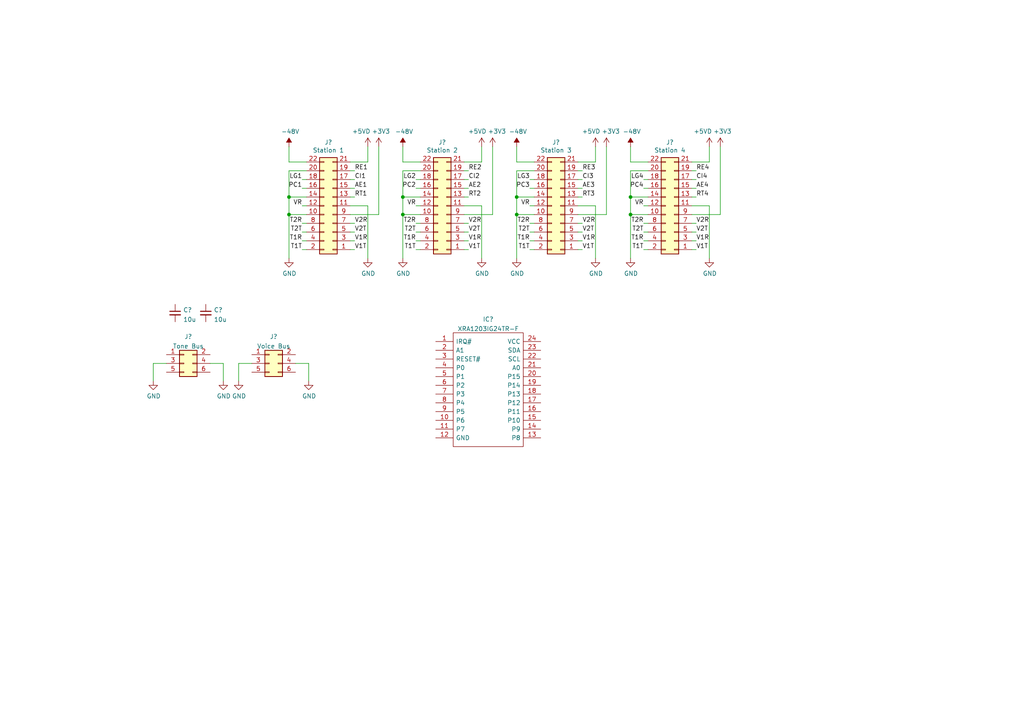
<source format=kicad_sch>
(kicad_sch (version 20211123) (generator eeschema)
  (paper "A4")
  (lib_symbols
    (symbol "Connector_Generic:Conn_02x03_Odd_Even" (pin_names (offset 1.016) hide)
      (property "Reference" "J" (at 1.27 5.08 0))
      (property "Value" "Conn_02x03_Odd_Even" (at 1.27 -5.08 0))
      (symbol "Conn_02x03_Odd_Even_1_1"
        (rectangle (start -1.27 -2.413) (end 0 -2.667) (stroke (width 0.1524)))
        (rectangle (start -1.27 0.127) (end 0 -0.127) (stroke (width 0.1524)))
        (rectangle (start -1.27 2.667) (end 0 2.413) (stroke (width 0.1524)))
        (rectangle (start -1.27 3.81) (end 3.81 -3.81) (stroke (width 0.254)) (fill (type background)))
        (rectangle (start 3.81 -2.413) (end 2.54 -2.667) (stroke (width 0.1524)))
        (rectangle (start 3.81 0.127) (end 2.54 -0.127) (stroke (width 0.1524)))
        (rectangle (start 3.81 2.667) (end 2.54 2.413) (stroke (width 0.1524)))
        (pin passive line (at -5.08 2.54 0) (length 3.81) (name "Pin_1") (number "1"))
        (pin passive line (at 7.62 2.54 180) (length 3.81) (name "Pin_2") (number "2"))
        (pin passive line (at -5.08 0 0) (length 3.81) (name "Pin_3") (number "3"))
        (pin passive line (at 7.62 0 180) (length 3.81) (name "Pin_4") (number "4"))
        (pin passive line (at -5.08 -2.54 0) (length 3.81) (name "Pin_5") (number "5"))
        (pin passive line (at 7.62 -2.54 180) (length 3.81) (name "Pin_6") (number "6"))
      )
    )
    (symbol "Connector_Generic:Conn_02x11_Odd_Even" (pin_names (offset 1.016) hide)
      (property "Reference" "J" (at 1.27 15.24 0))
      (property "Value" "Conn_02x11_Odd_Even" (at 1.27 -15.24 0))
      (symbol "Conn_02x11_Odd_Even_1_1"
        (rectangle (start -1.27 -12.573) (end 0 -12.827) (stroke (width 0.1524)))
        (rectangle (start -1.27 -10.033) (end 0 -10.287) (stroke (width 0.1524)))
        (rectangle (start -1.27 -7.493) (end 0 -7.747) (stroke (width 0.1524)))
        (rectangle (start -1.27 -4.953) (end 0 -5.207) (stroke (width 0.1524)))
        (rectangle (start -1.27 -2.413) (end 0 -2.667) (stroke (width 0.1524)))
        (rectangle (start -1.27 0.127) (end 0 -0.127) (stroke (width 0.1524)))
        (rectangle (start -1.27 2.667) (end 0 2.413) (stroke (width 0.1524)))
        (rectangle (start -1.27 5.207) (end 0 4.953) (stroke (width 0.1524)))
        (rectangle (start -1.27 7.747) (end 0 7.493) (stroke (width 0.1524)))
        (rectangle (start -1.27 10.287) (end 0 10.033) (stroke (width 0.1524)))
        (rectangle (start -1.27 12.827) (end 0 12.573) (stroke (width 0.1524)))
        (rectangle (start -1.27 13.97) (end 3.81 -13.97) (stroke (width 0.254)) (fill (type background)))
        (rectangle (start 3.81 -12.573) (end 2.54 -12.827) (stroke (width 0.1524)))
        (rectangle (start 3.81 -10.033) (end 2.54 -10.287) (stroke (width 0.1524)))
        (rectangle (start 3.81 -7.493) (end 2.54 -7.747) (stroke (width 0.1524)))
        (rectangle (start 3.81 -4.953) (end 2.54 -5.207) (stroke (width 0.1524)))
        (rectangle (start 3.81 -2.413) (end 2.54 -2.667) (stroke (width 0.1524)))
        (rectangle (start 3.81 0.127) (end 2.54 -0.127) (stroke (width 0.1524)))
        (rectangle (start 3.81 2.667) (end 2.54 2.413) (stroke (width 0.1524)))
        (rectangle (start 3.81 5.207) (end 2.54 4.953) (stroke (width 0.1524)))
        (rectangle (start 3.81 7.747) (end 2.54 7.493) (stroke (width 0.1524)))
        (rectangle (start 3.81 10.287) (end 2.54 10.033) (stroke (width 0.1524)))
        (rectangle (start 3.81 12.827) (end 2.54 12.573) (stroke (width 0.1524)))
        (pin passive line (at -5.08 12.7 0) (length 3.81) (name "Pin_1") (number "1"))
        (pin passive line (at 7.62 2.54 180) (length 3.81) (name "Pin_10") (number "10"))
        (pin passive line (at -5.08 0 0) (length 3.81) (name "Pin_11") (number "11"))
        (pin passive line (at 7.62 0 180) (length 3.81) (name "Pin_12") (number "12"))
        (pin passive line (at -5.08 -2.54 0) (length 3.81) (name "Pin_13") (number "13"))
        (pin passive line (at 7.62 -2.54 180) (length 3.81) (name "Pin_14") (number "14"))
        (pin passive line (at -5.08 -5.08 0) (length 3.81) (name "Pin_15") (number "15"))
        (pin passive line (at 7.62 -5.08 180) (length 3.81) (name "Pin_16") (number "16"))
        (pin passive line (at -5.08 -7.62 0) (length 3.81) (name "Pin_17") (number "17"))
        (pin passive line (at 7.62 -7.62 180) (length 3.81) (name "Pin_18") (number "18"))
        (pin passive line (at -5.08 -10.16 0) (length 3.81) (name "Pin_19") (number "19"))
        (pin passive line (at 7.62 12.7 180) (length 3.81) (name "Pin_2") (number "2"))
        (pin passive line (at 7.62 -10.16 180) (length 3.81) (name "Pin_20") (number "20"))
        (pin passive line (at -5.08 -12.7 0) (length 3.81) (name "Pin_21") (number "21"))
        (pin passive line (at 7.62 -12.7 180) (length 3.81) (name "Pin_22") (number "22"))
        (pin passive line (at -5.08 10.16 0) (length 3.81) (name "Pin_3") (number "3"))
        (pin passive line (at 7.62 10.16 180) (length 3.81) (name "Pin_4") (number "4"))
        (pin passive line (at -5.08 7.62 0) (length 3.81) (name "Pin_5") (number "5"))
        (pin passive line (at 7.62 7.62 180) (length 3.81) (name "Pin_6") (number "6"))
        (pin passive line (at -5.08 5.08 0) (length 3.81) (name "Pin_7") (number "7"))
        (pin passive line (at 7.62 5.08 180) (length 3.81) (name "Pin_8") (number "8"))
        (pin passive line (at -5.08 2.54 0) (length 3.81) (name "Pin_9") (number "9"))
      )
    )
    (symbol "Device:C_Small" (pin_numbers hide) (pin_names (offset 0.254) hide)
      (property "Reference" "C" (at 0.254 1.778 0))
      (property "Value" "C_Small" (at 0.254 -2.032 0))
      (symbol "C_Small_0_1"
        (polyline (pts (xy -1.524 -0.508) (xy 1.524 -0.508)) (stroke (width 0.3302)))
        (polyline (pts (xy -1.524 0.508) (xy 1.524 0.508)) (stroke (width 0.3048)))
      )
      (symbol "C_Small_1_1"
        (pin passive line (at 0 2.54 270) (length 2.032) (name "~") (number "1"))
        (pin passive line (at 0 -2.54 90) (length 2.032) (name "~") (number "2"))
      )
    )
    (symbol "SwitchBackplaneParts:XRA1203IG24TR-F" (pin_names (offset 0.762))
      (property "Reference" "IC" (at 26.67 7.62 0))
      (property "Value" "XRA1203IG24TR-F" (at 26.67 5.08 0))
      (symbol "XRA1203IG24TR-F_0_0"
        (pin passive line (at 0 0 0) (length 5.08) (name "IRQ#") (number "1"))
        (pin passive line (at 0 -22.86 0) (length 5.08) (name "P6") (number "10"))
        (pin passive line (at 0 -25.4 0) (length 5.08) (name "P7") (number "11"))
        (pin passive line (at 0 -27.94 0) (length 5.08) (name "GND") (number "12"))
        (pin passive line (at 30.48 -27.94 180) (length 5.08) (name "P8") (number "13"))
        (pin passive line (at 30.48 -25.4 180) (length 5.08) (name "P9") (number "14"))
        (pin passive line (at 30.48 -22.86 180) (length 5.08) (name "P10") (number "15"))
        (pin passive line (at 30.48 -20.32 180) (length 5.08) (name "P11") (number "16"))
        (pin passive line (at 30.48 -17.78 180) (length 5.08) (name "P12") (number "17"))
        (pin passive line (at 30.48 -15.24 180) (length 5.08) (name "P13") (number "18"))
        (pin passive line (at 30.48 -12.7 180) (length 5.08) (name "P14") (number "19"))
        (pin passive line (at 0 -2.54 0) (length 5.08) (name "A1") (number "2"))
        (pin passive line (at 30.48 -10.16 180) (length 5.08) (name "P15") (number "20"))
        (pin passive line (at 30.48 -7.62 180) (length 5.08) (name "A0") (number "21"))
        (pin passive line (at 30.48 -5.08 180) (length 5.08) (name "SCL") (number "22"))
        (pin passive line (at 30.48 -2.54 180) (length 5.08) (name "SDA") (number "23"))
        (pin passive line (at 30.48 0 180) (length 5.08) (name "VCC") (number "24"))
        (pin passive line (at 0 -5.08 0) (length 5.08) (name "RESET#") (number "3"))
        (pin passive line (at 0 -7.62 0) (length 5.08) (name "P0") (number "4"))
        (pin passive line (at 0 -10.16 0) (length 5.08) (name "P1") (number "5"))
        (pin passive line (at 0 -12.7 0) (length 5.08) (name "P2") (number "6"))
        (pin passive line (at 0 -15.24 0) (length 5.08) (name "P3") (number "7"))
        (pin passive line (at 0 -17.78 0) (length 5.08) (name "P4") (number "8"))
        (pin passive line (at 0 -20.32 0) (length 5.08) (name "P5") (number "9"))
      )
      (symbol "XRA1203IG24TR-F_0_1"
        (polyline (pts (xy 5.08 2.54) (xy 25.4 2.54) (xy 25.4 -30.48) (xy 5.08 -30.48) (xy 5.08 2.54)) (stroke (width 0.1524)))
      )
    )
    (symbol "power:+3.3V" (power) (pin_names (offset 0))
      (property "Value" "+3.3V" (at 0 3.556 0))
      (symbol "+3.3V_0_1"
        (polyline (pts (xy -0.762 1.27) (xy 0 2.54)))
        (polyline (pts (xy 0 0) (xy 0 2.54)))
        (polyline (pts (xy 0 2.54) (xy 0.762 1.27)))
      )
      (symbol "+3.3V_1_1"
        (pin power_in line (at 0 0 90) (length 0) hide (name "+3V3") (number "1"))
      )
    )
    (symbol "power:+5VD" (power) (pin_names (offset 0))
      (property "Value" "+5VD" (at 0 3.556 0))
      (symbol "+5VD_0_1"
        (polyline (pts (xy -0.762 1.27) (xy 0 2.54)))
        (polyline (pts (xy 0 0) (xy 0 2.54)))
        (polyline (pts (xy 0 2.54) (xy 0.762 1.27)))
      )
      (symbol "+5VD_1_1"
        (pin power_in line (at 0 0 90) (length 0) hide (name "+5VD") (number "1"))
      )
    )
    (symbol "power:-48V" (power) (pin_names (offset 0))
      (property "Value" "-48V" (at 0 3.81 0))
      (symbol "-48V_0_0"
        (pin power_in line (at 0 0 90) (length 0) hide (name "-48V") (number "1"))
      )
      (symbol "-48V_0_1"
        (polyline (pts (xy 0 0) (xy 0 1.27) (xy 0.762 1.27) (xy 0 2.54) (xy -0.762 1.27) (xy 0 1.27)) (fill (type outline)))
      )
    )
    (symbol "power:GND" (power) (pin_names (offset 0))
      (property "Value" "GND" (at 0 -3.81 0))
      (symbol "GND_0_1"
        (polyline (pts (xy 0 0) (xy 0 -1.27) (xy 1.27 -1.27) (xy 0 -2.54) (xy -1.27 -1.27) (xy 0 -1.27)))
      )
      (symbol "GND_1_1"
        (pin power_in line (at 0 0 270) (length 0) hide (name "GND") (number "1"))
      )
    )
  )
  (junction (at 83.82 57.15))
  (junction (at 182.88 57.15))
  (junction (at 83.82 62.23))
  (junction (at 182.88 62.23))
  (junction (at 116.84 57.15))
  (junction (at 116.84 62.23))
  (junction (at 149.86 62.23))
  (junction (at 149.86 57.15))
  (wire (pts (xy 154.94 54.61) (xy 153.67 54.61)))
  (wire (pts (xy 205.74 46.99) (xy 205.74 42.545)))
  (wire (pts (xy 109.855 42.545) (xy 109.855 62.23)))
  (wire (pts (xy 187.96 64.77) (xy 186.69 64.77)))
  (wire (pts (xy 154.94 72.39) (xy 153.67 72.39)))
  (wire (pts (xy 187.96 54.61) (xy 186.69 54.61)))
  (wire (pts (xy 121.92 69.85) (xy 120.65 69.85)))
  (wire (pts (xy 101.6 59.69) (xy 106.68 59.69)))
  (wire (pts (xy 200.66 54.61) (xy 201.93 54.61)))
  (wire (pts (xy 172.72 74.93) (xy 172.72 59.69)))
  (wire (pts (xy 101.6 69.85) (xy 102.87 69.85)))
  (wire (pts (xy 106.68 74.93) (xy 106.68 59.69)))
  (wire (pts (xy 149.86 49.53) (xy 149.86 57.15)))
  (wire (pts (xy 149.86 46.99) (xy 149.86 42.545)))
  (wire (pts (xy 101.6 52.07) (xy 102.87 52.07)))
  (wire (pts (xy 134.62 72.39) (xy 135.89 72.39)))
  (wire (pts (xy 167.64 69.85) (xy 168.91 69.85)))
  (wire (pts (xy 101.6 57.15) (xy 102.87 57.15)))
  (wire (pts (xy 139.7 74.93) (xy 139.7 59.69)))
  (wire (pts (xy 88.9 69.85) (xy 87.63 69.85)))
  (wire (pts (xy 88.9 52.07) (xy 87.63 52.07)))
  (wire (pts (xy 44.45 105.41) (xy 44.45 110.49)))
  (wire (pts (xy 208.915 42.545) (xy 208.915 62.23)))
  (wire (pts (xy 172.72 46.99) (xy 172.72 42.545)))
  (wire (pts (xy 88.9 54.61) (xy 87.63 54.61)))
  (wire (pts (xy 121.92 64.77) (xy 120.65 64.77)))
  (wire (pts (xy 200.66 57.15) (xy 201.93 57.15)))
  (wire (pts (xy 134.62 52.07) (xy 135.89 52.07)))
  (wire (pts (xy 69.215 105.41) (xy 69.215 110.49)))
  (wire (pts (xy 109.855 62.23) (xy 101.6 62.23)))
  (wire (pts (xy 88.9 46.99) (xy 83.82 46.99)))
  (wire (pts (xy 134.62 67.31) (xy 135.89 67.31)))
  (wire (pts (xy 200.66 59.69) (xy 205.74 59.69)))
  (wire (pts (xy 182.88 62.23) (xy 187.96 62.23)))
  (wire (pts (xy 200.66 72.39) (xy 201.93 72.39)))
  (wire (pts (xy 167.64 64.77) (xy 168.91 64.77)))
  (wire (pts (xy 88.9 49.53) (xy 83.82 49.53)))
  (wire (pts (xy 83.82 46.99) (xy 83.82 42.545)))
  (wire (pts (xy 134.62 54.61) (xy 135.89 54.61)))
  (wire (pts (xy 88.9 64.77) (xy 87.63 64.77)))
  (wire (pts (xy 182.88 62.23) (xy 182.88 74.93)))
  (wire (pts (xy 116.84 62.23) (xy 116.84 57.15)))
  (wire (pts (xy 101.6 49.53) (xy 102.87 49.53)))
  (wire (pts (xy 154.94 69.85) (xy 153.67 69.85)))
  (wire (pts (xy 83.82 62.23) (xy 83.82 74.93)))
  (wire (pts (xy 208.915 62.23) (xy 200.66 62.23)))
  (wire (pts (xy 121.92 72.39) (xy 120.65 72.39)))
  (wire (pts (xy 200.66 52.07) (xy 201.93 52.07)))
  (wire (pts (xy 182.88 49.53) (xy 182.88 57.15)))
  (wire (pts (xy 200.66 46.99) (xy 205.74 46.99)))
  (wire (pts (xy 121.92 67.31) (xy 120.65 67.31)))
  (wire (pts (xy 48.26 105.41) (xy 44.45 105.41)))
  (wire (pts (xy 182.88 46.99) (xy 182.88 42.545)))
  (wire (pts (xy 101.6 67.31) (xy 102.87 67.31)))
  (wire (pts (xy 154.94 46.99) (xy 149.86 46.99)))
  (wire (pts (xy 200.66 67.31) (xy 201.93 67.31)))
  (wire (pts (xy 83.82 49.53) (xy 83.82 57.15)))
  (wire (pts (xy 134.62 59.69) (xy 139.7 59.69)))
  (wire (pts (xy 83.82 57.15) (xy 88.9 57.15)))
  (wire (pts (xy 106.68 46.99) (xy 106.68 42.545)))
  (wire (pts (xy 149.86 62.23) (xy 149.86 57.15)))
  (wire (pts (xy 167.64 72.39) (xy 168.91 72.39)))
  (wire (pts (xy 134.62 57.15) (xy 135.89 57.15)))
  (wire (pts (xy 121.92 59.69) (xy 120.65 59.69)))
  (wire (pts (xy 187.96 49.53) (xy 182.88 49.53)))
  (wire (pts (xy 149.86 57.15) (xy 154.94 57.15)))
  (wire (pts (xy 83.82 62.23) (xy 83.82 57.15)))
  (wire (pts (xy 149.86 62.23) (xy 149.86 74.93)))
  (wire (pts (xy 134.62 46.99) (xy 139.7 46.99)))
  (wire (pts (xy 187.96 72.39) (xy 186.69 72.39)))
  (wire (pts (xy 154.94 64.77) (xy 153.67 64.77)))
  (wire (pts (xy 73.025 105.41) (xy 69.215 105.41)))
  (wire (pts (xy 88.9 67.31) (xy 87.63 67.31)))
  (wire (pts (xy 134.62 64.77) (xy 135.89 64.77)))
  (wire (pts (xy 187.96 69.85) (xy 186.69 69.85)))
  (wire (pts (xy 182.88 57.15) (xy 187.96 57.15)))
  (wire (pts (xy 121.92 49.53) (xy 116.84 49.53)))
  (wire (pts (xy 116.84 62.23) (xy 121.92 62.23)))
  (wire (pts (xy 154.94 67.31) (xy 153.67 67.31)))
  (wire (pts (xy 167.64 52.07) (xy 168.91 52.07)))
  (wire (pts (xy 167.64 67.31) (xy 168.91 67.31)))
  (wire (pts (xy 175.895 42.545) (xy 175.895 62.23)))
  (wire (pts (xy 83.82 62.23) (xy 88.9 62.23)))
  (wire (pts (xy 88.9 72.39) (xy 87.63 72.39)))
  (wire (pts (xy 89.535 105.41) (xy 85.725 105.41)))
  (wire (pts (xy 101.6 46.99) (xy 106.68 46.99)))
  (wire (pts (xy 182.88 62.23) (xy 182.88 57.15)))
  (wire (pts (xy 167.64 46.99) (xy 172.72 46.99)))
  (wire (pts (xy 187.96 59.69) (xy 186.69 59.69)))
  (wire (pts (xy 154.94 52.07) (xy 153.67 52.07)))
  (wire (pts (xy 154.94 49.53) (xy 149.86 49.53)))
  (wire (pts (xy 142.875 62.23) (xy 134.62 62.23)))
  (wire (pts (xy 139.7 46.99) (xy 139.7 42.545)))
  (wire (pts (xy 88.9 59.69) (xy 87.63 59.69)))
  (wire (pts (xy 121.92 52.07) (xy 120.65 52.07)))
  (wire (pts (xy 154.94 59.69) (xy 153.67 59.69)))
  (wire (pts (xy 121.92 46.99) (xy 116.84 46.99)))
  (wire (pts (xy 116.84 62.23) (xy 116.84 74.93)))
  (wire (pts (xy 187.96 52.07) (xy 186.69 52.07)))
  (wire (pts (xy 64.77 105.41) (xy 60.96 105.41)))
  (wire (pts (xy 200.66 64.77) (xy 201.93 64.77)))
  (wire (pts (xy 116.84 49.53) (xy 116.84 57.15)))
  (wire (pts (xy 101.6 72.39) (xy 102.87 72.39)))
  (wire (pts (xy 167.64 57.15) (xy 168.91 57.15)))
  (wire (pts (xy 167.64 59.69) (xy 172.72 59.69)))
  (wire (pts (xy 89.535 110.49) (xy 89.535 105.41)))
  (wire (pts (xy 167.64 54.61) (xy 168.91 54.61)))
  (wire (pts (xy 149.86 62.23) (xy 154.94 62.23)))
  (wire (pts (xy 200.66 49.53) (xy 201.93 49.53)))
  (wire (pts (xy 134.62 69.85) (xy 135.89 69.85)))
  (wire (pts (xy 116.84 46.99) (xy 116.84 42.545)))
  (wire (pts (xy 116.84 57.15) (xy 121.92 57.15)))
  (wire (pts (xy 175.895 62.23) (xy 167.64 62.23)))
  (wire (pts (xy 64.77 110.49) (xy 64.77 105.41)))
  (wire (pts (xy 205.74 74.93) (xy 205.74 59.69)))
  (wire (pts (xy 187.96 67.31) (xy 186.69 67.31)))
  (wire (pts (xy 134.62 49.53) (xy 135.89 49.53)))
  (wire (pts (xy 121.92 54.61) (xy 120.65 54.61)))
  (wire (pts (xy 167.64 49.53) (xy 168.91 49.53)))
  (wire (pts (xy 101.6 54.61) (xy 102.87 54.61)))
  (wire (pts (xy 187.96 46.99) (xy 182.88 46.99)))
  (wire (pts (xy 101.6 64.77) (xy 102.87 64.77)))
  (wire (pts (xy 200.66 69.85) (xy 201.93 69.85)))
  (wire (pts (xy 142.875 42.545) (xy 142.875 62.23)))
  (label "LG2" (at 120.65 52.07 180))
  (label "RE4" (at 201.93 49.53 0))
  (label "T1R" (at 87.63 69.85 180))
  (label "V2T" (at 168.91 67.31 0))
  (label "T2T" (at 120.65 67.31 180))
  (label "T2R" (at 186.69 64.77 180))
  (label "V2R" (at 102.87 64.77 0))
  (label "T2T" (at 87.63 67.31 180))
  (label "T2T" (at 153.67 67.31 180))
  (label "RT4" (at 201.93 57.15 0))
  (label "T2R" (at 87.63 64.77 180))
  (label "RE3" (at 168.91 49.53 0))
  (label "RE1" (at 102.87 49.53 0))
  (label "RT1" (at 102.87 57.15 0))
  (label "PC1" (at 87.63 54.61 180))
  (label "V1R" (at 102.87 69.85 0))
  (label "CI2" (at 135.89 52.07 0))
  (label "AE3" (at 168.91 54.61 0))
  (label "T1R" (at 153.67 69.85 180))
  (label "PC4" (at 186.69 54.61 180))
  (label "V2R" (at 168.91 64.77 0))
  (label "T2T" (at 186.69 67.31 180))
  (label "VR" (at 87.63 59.69 180))
  (label "PC2" (at 120.65 54.61 180))
  (label "V2T" (at 135.89 67.31 0))
  (label "AE4" (at 201.93 54.61 0))
  (label "CI4" (at 201.93 52.07 0))
  (label "RT3" (at 168.91 57.15 0))
  (label "V1T" (at 102.87 72.39 0))
  (label "LG1" (at 87.63 52.07 180))
  (label "LG3" (at 153.67 52.07 180))
  (label "T1R" (at 186.69 69.85 180))
  (label "V1R" (at 135.89 69.85 0))
  (label "V2R" (at 135.89 64.77 0))
  (label "PC3" (at 153.67 54.61 180))
  (label "V2T" (at 201.93 67.31 0))
  (label "T1T" (at 186.69 72.39 180))
  (label "V2R" (at 201.93 64.77 0))
  (label "VR" (at 153.67 59.69 180))
  (label "T2R" (at 120.65 64.77 180))
  (label "V1T" (at 201.93 72.39 0))
  (label "T1R" (at 120.65 69.85 180))
  (label "T2R" (at 153.67 64.77 180))
  (label "CI1" (at 102.87 52.07 0))
  (label "V1R" (at 168.91 69.85 0))
  (label "CI3" (at 168.91 52.07 0))
  (label "V1T" (at 135.89 72.39 0))
  (label "T1T" (at 87.63 72.39 180))
  (label "AE1" (at 102.87 54.61 0))
  (label "RT2" (at 135.89 57.15 0))
  (label "VR" (at 186.69 59.69 180))
  (label "T1T" (at 120.65 72.39 180))
  (label "VR" (at 120.65 59.69 180))
  (label "V2T" (at 102.87 67.31 0))
  (label "V1T" (at 168.91 72.39 0))
  (label "V1R" (at 201.93 69.85 0))
  (label "AE2" (at 135.89 54.61 0))
  (label "LG4" (at 186.69 52.07 180))
  (label "T1T" (at 153.67 72.39 180))
  (label "RE2" (at 135.89 49.53 0))
  (symbol (lib_id "power:+3.3V") (at 109.855 42.545 0) (unit 1)
    (property "Reference" "#PWR0106" (effects hide))
    (property "Value" "+3.3V" (at 110.49 38.1 0))
  )
  (symbol (lib_id "power:GND") (at 205.74 74.93 0) (unit 1)
    (property "Reference" "#PWR0103" (effects hide))
    (property "Value" "GND" (at 205.867 79.3242 0))
  )
  (symbol (lib_id "power:GND") (at 172.72 74.93 0) (unit 1)
    (property "Reference" "#PWR0102" (effects hide))
    (property "Value" "GND" (at 172.847 79.3242 0))
  )
  (symbol (lib_id "power:GND") (at 89.535 110.49 0) (unit 1)
    (property "Reference" "#PWR?" (effects hide))
    (property "Value" "GND" (at 89.662 114.8842 0))
  )
  (symbol (lib_id "power:+5VD") (at 139.7 42.545 0) (unit 1)
    (property "Reference" "#PWR0111" (effects hide))
    (property "Value" "+5VD" (at 138.43 38.1 0))
  )
  (symbol (lib_id "power:GND") (at 64.77 110.49 0) (unit 1)
    (property "Reference" "#PWR?" (effects hide))
    (property "Value" "GND" (at 64.897 114.8842 0))
  )
  (symbol (lib_id "Device:C_Small") (at 59.69 90.805 0) (unit 1)
    (property "Reference" "C?" (at 62.0141 89.9028 0) (effects (justify left)))
    (property "Value" "10u" (at 62.0141 92.6779 0) (effects (justify left)))
  )
  (symbol (lib_id "power:GND") (at 149.86 74.93 0) (unit 1)
    (property "Reference" "#PWR0109" (effects hide))
    (property "Value" "GND" (at 149.987 79.3242 0))
  )
  (symbol (lib_id "power:-48V") (at 116.84 42.545 0) (unit 1)
    (property "Reference" "#PWR0105" (effects hide))
    (property "Value" "-48V" (at 117.221 38.1508 0))
  )
  (symbol (lib_id "power:GND") (at 83.82 74.93 0) (unit 1)
    (property "Reference" "#PWR0116" (effects hide))
    (property "Value" "GND" (at 83.947 79.3242 0))
  )
  (symbol (lib_id "Device:C_Small") (at 50.8 90.805 0) (unit 1)
    (property "Reference" "C?" (at 53.1241 89.9028 0) (effects (justify left)))
    (property "Value" "10u" (at 53.1241 92.6779 0) (effects (justify left)))
  )
  (symbol (lib_id "SwitchBackplaneParts:XRA1203IG24TR-F") (at 126.365 99.06 0) (unit 1)
    (property "Reference" "IC?" (at 141.605 92.6043 0))
    (property "Value" "XRA1203IG24TR-F" (at 141.605 95.3794 0))
    (property "Footprint" "Package_SO:TSSOP-24_4.4x7.8mm_P0.65mm" (effects hide))
    (property "Datasheet" "https://www.mouser.com/datasheet/2/146/XRA1203_100_092011-1889089.pdf" (effects hide))
  )
  (symbol (lib_id "Connector_Generic:Conn_02x03_Odd_Even") (at 78.105 105.41 0) (unit 1)
    (property "Reference" "J?" (at 79.375 97.6335 0))
    (property "Value" "Voice Bus" (at 79.375 100.4086 0))
  )
  (symbol (lib_id "Connector_Generic:Conn_02x11_Odd_Even") (at 162.56 59.69 180) (unit 1)
    (property "Reference" "J?" (at 161.29 41.275 0))
    (property "Value" "Station 3" (at 161.29 43.5864 0))
    (property "Footprint" "Connector_PinSocket_2.54mm:PinSocket_2x11_P2.54mm_Vertical" (effects hide))
  )
  (symbol (lib_id "Connector_Generic:Conn_02x11_Odd_Even") (at 96.52 59.69 180) (unit 1)
    (property "Reference" "J?" (at 95.25 41.275 0))
    (property "Value" "Station 1" (at 95.25 43.5864 0))
    (property "Footprint" "Connector_PinSocket_2.54mm:PinSocket_2x11_P2.54mm_Vertical" (effects hide))
  )
  (symbol (lib_id "power:GND") (at 116.84 74.93 0) (unit 1)
    (property "Reference" "#PWR0107" (effects hide))
    (property "Value" "GND" (at 116.967 79.3242 0))
  )
  (symbol (lib_id "power:-48V") (at 182.88 42.545 0) (unit 1)
    (property "Reference" "#PWR0117" (effects hide))
    (property "Value" "-48V" (at 183.261 38.1508 0))
  )
  (symbol (lib_id "power:+5VD") (at 205.74 42.545 0) (unit 1)
    (property "Reference" "#PWR0119" (effects hide))
    (property "Value" "+5VD" (at 203.835 38.1 0))
  )
  (symbol (lib_id "Connector_Generic:Conn_02x11_Odd_Even") (at 129.54 59.69 180) (unit 1)
    (property "Reference" "J?" (at 128.27 41.275 0))
    (property "Value" "Station 2" (at 128.27 43.5864 0))
    (property "Footprint" "Connector_PinSocket_2.54mm:PinSocket_2x11_P2.54mm_Vertical" (effects hide))
  )
  (symbol (lib_id "power:+5VD") (at 172.72 42.545 0) (unit 1)
    (property "Reference" "#PWR0112" (effects hide))
    (property "Value" "+5VD" (at 171.45 38.1 0))
  )
  (symbol (lib_id "power:+3.3V") (at 208.915 42.545 0) (unit 1)
    (property "Reference" "#PWR0120" (effects hide))
    (property "Value" "+3.3V" (at 209.55 38.1 0))
  )
  (symbol (lib_id "power:+5VD") (at 106.68 42.545 0) (unit 1)
    (property "Reference" "#PWR0104" (effects hide))
    (property "Value" "+5VD" (at 104.775 38.1 0))
  )
  (symbol (lib_id "power:GND") (at 44.45 110.49 0) (unit 1)
    (property "Reference" "#PWR?" (effects hide))
    (property "Value" "GND" (at 44.577 114.8842 0))
  )
  (symbol (lib_id "power:GND") (at 139.7 74.93 0) (unit 1)
    (property "Reference" "#PWR0110" (effects hide))
    (property "Value" "GND" (at 139.827 79.3242 0))
  )
  (symbol (lib_id "power:GND") (at 106.68 74.93 0) (unit 1)
    (property "Reference" "#PWR0108" (effects hide))
    (property "Value" "GND" (at 106.807 79.3242 0))
  )
  (symbol (lib_id "power:+3.3V") (at 175.895 42.545 0) (unit 1)
    (property "Reference" "#PWR0118" (effects hide))
    (property "Value" "+3.3V" (at 177.165 38.1 0))
  )
  (symbol (lib_id "Connector_Generic:Conn_02x03_Odd_Even") (at 53.34 105.41 0) (unit 1)
    (property "Reference" "J?" (at 54.61 97.6335 0))
    (property "Value" "Tone Bus" (at 54.61 100.4086 0))
  )
  (symbol (lib_id "power:+3.3V") (at 142.875 42.545 0) (unit 1)
    (property "Reference" "#PWR0113" (effects hide))
    (property "Value" "+3.3V" (at 144.145 38.1 0))
  )
  (symbol (lib_id "power:-48V") (at 83.82 42.545 0) (unit 1)
    (property "Reference" "#PWR0115" (effects hide))
    (property "Value" "-48V" (at 84.201 38.1508 0))
  )
  (symbol (lib_id "power:GND") (at 182.88 74.93 0) (unit 1)
    (property "Reference" "#PWR0101" (effects hide))
    (property "Value" "GND" (at 183.007 79.3242 0))
  )
  (symbol (lib_id "power:GND") (at 69.215 110.49 0) (unit 1)
    (property "Reference" "#PWR?" (effects hide))
    (property "Value" "GND" (at 69.342 114.8842 0))
  )
  (symbol (lib_id "power:-48V") (at 149.86 42.545 0) (unit 1)
    (property "Reference" "#PWR0114" (effects hide))
    (property "Value" "-48V" (at 150.241 38.1508 0))
  )
  (symbol (lib_id "Connector_Generic:Conn_02x11_Odd_Even") (at 195.58 59.69 180) (unit 1)
    (property "Reference" "J?" (at 194.31 41.275 0))
    (property "Value" "Station 4" (at 194.31 43.5864 0))
    (property "Footprint" "Connector_PinSocket_2.54mm:PinSocket_2x11_P2.54mm_Vertical" (effects hide))
  )
)
</source>
